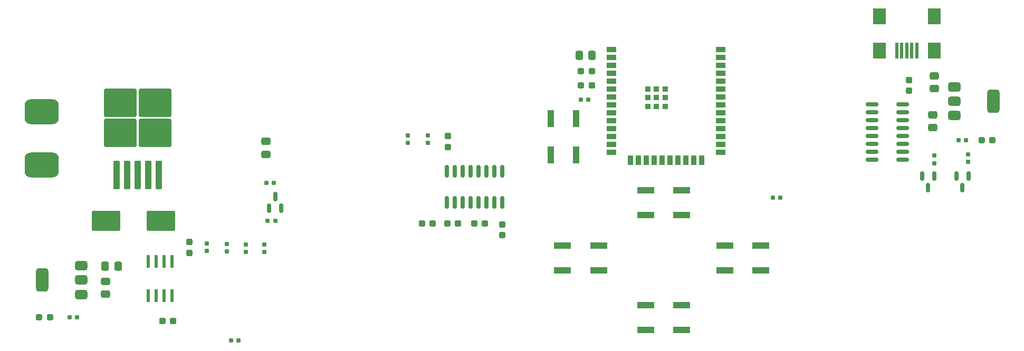
<source format=gbr>
%TF.GenerationSoftware,KiCad,Pcbnew,8.0.4*%
%TF.CreationDate,2024-07-28T20:36:00+02:00*%
%TF.ProjectId,BLDC_driver,424c4443-5f64-4726-9976-65722e6b6963,rev?*%
%TF.SameCoordinates,Original*%
%TF.FileFunction,Paste,Top*%
%TF.FilePolarity,Positive*%
%FSLAX46Y46*%
G04 Gerber Fmt 4.6, Leading zero omitted, Abs format (unit mm)*
G04 Created by KiCad (PCBNEW 8.0.4) date 2024-07-28 20:36:00*
%MOMM*%
%LPD*%
G01*
G04 APERTURE LIST*
G04 Aperture macros list*
%AMRoundRect*
0 Rectangle with rounded corners*
0 $1 Rounding radius*
0 $2 $3 $4 $5 $6 $7 $8 $9 X,Y pos of 4 corners*
0 Add a 4 corners polygon primitive as box body*
4,1,4,$2,$3,$4,$5,$6,$7,$8,$9,$2,$3,0*
0 Add four circle primitives for the rounded corners*
1,1,$1+$1,$2,$3*
1,1,$1+$1,$4,$5*
1,1,$1+$1,$6,$7*
1,1,$1+$1,$8,$9*
0 Add four rect primitives between the rounded corners*
20,1,$1+$1,$2,$3,$4,$5,0*
20,1,$1+$1,$4,$5,$6,$7,0*
20,1,$1+$1,$6,$7,$8,$9,0*
20,1,$1+$1,$8,$9,$2,$3,0*%
G04 Aperture macros list end*
%ADD10R,0.500000X2.500000*%
%ADD11R,2.000000X2.500000*%
%ADD12R,2.800000X1.000000*%
%ADD13R,1.000000X2.800000*%
%ADD14RoundRect,0.160000X0.160000X-0.197500X0.160000X0.197500X-0.160000X0.197500X-0.160000X-0.197500X0*%
%ADD15RoundRect,0.375000X-0.625000X-0.375000X0.625000X-0.375000X0.625000X0.375000X-0.625000X0.375000X0*%
%ADD16RoundRect,0.500000X-0.500000X-1.400000X0.500000X-1.400000X0.500000X1.400000X-0.500000X1.400000X0*%
%ADD17RoundRect,0.375000X0.625000X0.375000X-0.625000X0.375000X-0.625000X-0.375000X0.625000X-0.375000X0*%
%ADD18RoundRect,0.500000X0.500000X1.400000X-0.500000X1.400000X-0.500000X-1.400000X0.500000X-1.400000X0*%
%ADD19RoundRect,0.250000X-2.000000X1.400000X-2.000000X-1.400000X2.000000X-1.400000X2.000000X1.400000X0*%
%ADD20R,0.900000X0.900000*%
%ADD21R,1.500000X0.900000*%
%ADD22R,0.900000X1.500000*%
%ADD23RoundRect,0.150000X-0.825000X-0.150000X0.825000X-0.150000X0.825000X0.150000X-0.825000X0.150000X0*%
%ADD24RoundRect,0.150000X0.150000X-0.850000X0.150000X0.850000X-0.150000X0.850000X-0.150000X-0.850000X0*%
%ADD25R,0.600000X2.000000*%
%ADD26RoundRect,0.250000X0.300000X-2.050000X0.300000X2.050000X-0.300000X2.050000X-0.300000X-2.050000X0*%
%ADD27RoundRect,0.250000X2.375000X-2.025000X2.375000X2.025000X-2.375000X2.025000X-2.375000X-2.025000X0*%
%ADD28RoundRect,0.160000X0.197500X0.160000X-0.197500X0.160000X-0.197500X-0.160000X0.197500X-0.160000X0*%
%ADD29RoundRect,0.160000X-0.197500X-0.160000X0.197500X-0.160000X0.197500X0.160000X-0.197500X0.160000X0*%
%ADD30RoundRect,0.160000X-0.160000X0.197500X-0.160000X-0.197500X0.160000X-0.197500X0.160000X0.197500X0*%
%ADD31RoundRect,0.150000X-0.150000X0.587500X-0.150000X-0.587500X0.150000X-0.587500X0.150000X0.587500X0*%
%ADD32RoundRect,0.150000X0.150000X-0.587500X0.150000X0.587500X-0.150000X0.587500X-0.150000X-0.587500X0*%
%ADD33RoundRect,1.000000X-1.750000X1.000000X-1.750000X-1.000000X1.750000X-1.000000X1.750000X1.000000X0*%
%ADD34RoundRect,0.237500X-0.287500X-0.237500X0.287500X-0.237500X0.287500X0.237500X-0.287500X0.237500X0*%
%ADD35RoundRect,0.237500X0.287500X0.237500X-0.287500X0.237500X-0.287500X-0.237500X0.287500X-0.237500X0*%
%ADD36RoundRect,0.237500X0.237500X-0.300000X0.237500X0.300000X-0.237500X0.300000X-0.237500X-0.300000X0*%
%ADD37RoundRect,0.250000X0.475000X-0.337500X0.475000X0.337500X-0.475000X0.337500X-0.475000X-0.337500X0*%
%ADD38RoundRect,0.250000X-0.475000X0.337500X-0.475000X-0.337500X0.475000X-0.337500X0.475000X0.337500X0*%
%ADD39RoundRect,0.237500X-0.237500X0.300000X-0.237500X-0.300000X0.237500X-0.300000X0.237500X0.300000X0*%
%ADD40RoundRect,0.237500X0.300000X0.237500X-0.300000X0.237500X-0.300000X-0.237500X0.300000X-0.237500X0*%
%ADD41RoundRect,0.237500X-0.300000X-0.237500X0.300000X-0.237500X0.300000X0.237500X-0.300000X0.237500X0*%
%ADD42RoundRect,0.250000X-0.337500X-0.475000X0.337500X-0.475000X0.337500X0.475000X-0.337500X0.475000X0*%
%ADD43RoundRect,0.250000X0.337500X0.475000X-0.337500X0.475000X-0.337500X-0.475000X0.337500X-0.475000X0*%
G04 APERTURE END LIST*
D10*
%TO.C,J7*%
X198450000Y-57600000D03*
X197650000Y-57600000D03*
X196850000Y-57600000D03*
X196050000Y-57600000D03*
X195250000Y-57600000D03*
D11*
X201250000Y-57600000D03*
X201250000Y-52100000D03*
X192450000Y-57600000D03*
X192450000Y-52100000D03*
%TD*%
D12*
%TO.C,SW5*%
X141615000Y-88975000D03*
X147415000Y-88975000D03*
X141615000Y-92975000D03*
X147415000Y-92975000D03*
%TD*%
%TO.C,SW4*%
X167650000Y-88975000D03*
X173450000Y-88975000D03*
X167650000Y-92975000D03*
X173450000Y-92975000D03*
%TD*%
%TO.C,SW3*%
X154950000Y-98500000D03*
X160750000Y-98500000D03*
X154950000Y-102500000D03*
X160750000Y-102500000D03*
%TD*%
%TO.C,SW2*%
X154950000Y-80085000D03*
X160750000Y-80085000D03*
X154950000Y-84085000D03*
X160750000Y-84085000D03*
%TD*%
D13*
%TO.C,RESET*%
X139764000Y-74380000D03*
X139764000Y-68580000D03*
X143764000Y-74380000D03*
X143764000Y-68580000D03*
%TD*%
D14*
%TO.C,R17*%
X120000000Y-72445000D03*
X120000000Y-71250000D03*
%TD*%
%TO.C,R16*%
X116750000Y-72445000D03*
X116750000Y-71250000D03*
%TD*%
D15*
%TO.C,U7*%
X204495000Y-63450000D03*
X204495000Y-65750000D03*
X204495000Y-68050000D03*
D16*
X210795000Y-65750000D03*
%TD*%
D17*
%TO.C,U3*%
X64400000Y-96800000D03*
X64400000Y-94500000D03*
X64400000Y-92200000D03*
D18*
X58100000Y-94500000D03*
%TD*%
D19*
%TO.C,D2*%
X68350000Y-85000000D03*
X77150000Y-85000000D03*
%TD*%
D20*
%TO.C,U1*%
X158100000Y-66610000D03*
X158100000Y-65210000D03*
X158100000Y-63810000D03*
X156700000Y-66610000D03*
X156700000Y-66610000D03*
X156700000Y-65210000D03*
X156700000Y-63810000D03*
X155300000Y-66610000D03*
X155300000Y-66610000D03*
X155300000Y-65210000D03*
X155300000Y-63810000D03*
X155300000Y-63810000D03*
D21*
X166950000Y-57490000D03*
X166950000Y-58760000D03*
X166950000Y-60030000D03*
X166950000Y-61300000D03*
X166950000Y-62570000D03*
X166950000Y-63840000D03*
X166950000Y-65110000D03*
X166950000Y-66380000D03*
X166950000Y-67650000D03*
X166950000Y-68920000D03*
X166950000Y-70190000D03*
X166950000Y-71460000D03*
X166950000Y-72730000D03*
X166950000Y-74000000D03*
D22*
X163910000Y-75250000D03*
X162640000Y-75250000D03*
X161370000Y-75250000D03*
X160100000Y-75250000D03*
X158830000Y-75250000D03*
X157560000Y-75250000D03*
X156290000Y-75250000D03*
X155020000Y-75250000D03*
X153750000Y-75250000D03*
X152480000Y-75250000D03*
D21*
X149450000Y-74000000D03*
X149450000Y-72730000D03*
X149450000Y-71460000D03*
X149450000Y-70190000D03*
X149450000Y-68920000D03*
X149450000Y-67650000D03*
X149450000Y-66380000D03*
X149450000Y-65110000D03*
X149450000Y-63840000D03*
X149450000Y-62570000D03*
X149450000Y-61300000D03*
X149450000Y-60030000D03*
X149450000Y-58760000D03*
X149450000Y-57490000D03*
%TD*%
D23*
%TO.C,U8*%
X196225000Y-66305000D03*
X196225000Y-67575000D03*
X196225000Y-68845000D03*
X196225000Y-70115000D03*
X196225000Y-71385000D03*
X196225000Y-72655000D03*
X196225000Y-73925000D03*
X196225000Y-75195000D03*
X191275000Y-75195000D03*
X191275000Y-73925000D03*
X191275000Y-72655000D03*
X191275000Y-71385000D03*
X191275000Y-70115000D03*
X191275000Y-68845000D03*
X191275000Y-67575000D03*
X191275000Y-66305000D03*
%TD*%
D24*
%TO.C,U6*%
X123055000Y-82000000D03*
X124325000Y-82000000D03*
X125595000Y-82000000D03*
X126865000Y-82000000D03*
X128135000Y-82000000D03*
X129405000Y-82000000D03*
X130675000Y-82000000D03*
X131945000Y-82000000D03*
X131945000Y-77000000D03*
X130675000Y-77000000D03*
X129405000Y-77000000D03*
X128135000Y-77000000D03*
X126865000Y-77000000D03*
X125595000Y-77000000D03*
X124325000Y-77000000D03*
X123055000Y-77000000D03*
%TD*%
D25*
%TO.C,U5*%
X75095000Y-91525000D03*
X76365000Y-91525000D03*
X77635000Y-91525000D03*
X78905000Y-91525000D03*
X78905000Y-96975000D03*
X77635000Y-96975000D03*
X76365000Y-96975000D03*
X75095000Y-96975000D03*
%TD*%
D26*
%TO.C,U2*%
X76825000Y-77615000D03*
X75125000Y-77615000D03*
D27*
X76200000Y-66040000D03*
X70650000Y-66040000D03*
X76200000Y-70890000D03*
X70650000Y-70890000D03*
D26*
X73425000Y-77615000D03*
X71725000Y-77615000D03*
X70025000Y-77615000D03*
%TD*%
D14*
%TO.C,R15*%
X206737500Y-75485000D03*
X206737500Y-74290000D03*
%TD*%
%TO.C,R14*%
X201300000Y-75722500D03*
X201300000Y-74527500D03*
%TD*%
D28*
%TO.C,R13*%
X205152500Y-72000000D03*
X206347500Y-72000000D03*
%TD*%
%TO.C,R12*%
X95490000Y-85011500D03*
X94295000Y-85011500D03*
%TD*%
D29*
%TO.C,R11*%
X175335000Y-81280000D03*
X176530000Y-81280000D03*
%TD*%
%TO.C,R10*%
X94116000Y-78915500D03*
X95311000Y-78915500D03*
%TD*%
D30*
%TO.C,R9*%
X93750000Y-89988000D03*
X93750000Y-88793000D03*
%TD*%
%TO.C,R8*%
X84500000Y-89835500D03*
X84500000Y-88640500D03*
%TD*%
%TO.C,R7*%
X90750000Y-89988000D03*
X90750000Y-88793000D03*
%TD*%
D29*
%TO.C,R6*%
X89597500Y-104238000D03*
X88402500Y-104238000D03*
%TD*%
D14*
%TO.C,R5*%
X87750000Y-88738000D03*
X87750000Y-89933000D03*
%TD*%
D29*
%TO.C,R4*%
X62500000Y-100500000D03*
X63695000Y-100500000D03*
%TD*%
D28*
%TO.C,R2*%
X144538100Y-65532000D03*
X145733100Y-65532000D03*
%TD*%
D31*
%TO.C,Q3*%
X206750000Y-77750000D03*
X204850000Y-77750000D03*
X205800000Y-79625000D03*
%TD*%
%TO.C,Q2*%
X201250000Y-77750000D03*
X199350000Y-77750000D03*
X200300000Y-79625000D03*
%TD*%
D32*
%TO.C,Q1*%
X94554000Y-82979500D03*
X96454000Y-82979500D03*
X95504000Y-81104500D03*
%TD*%
D33*
%TO.C,L1*%
X58000000Y-76000000D03*
X58000000Y-67500000D03*
%TD*%
D34*
%TO.C,D3*%
X210625000Y-72000000D03*
X208875000Y-72000000D03*
%TD*%
D35*
%TO.C,D1*%
X59375000Y-100500000D03*
X57625000Y-100500000D03*
%TD*%
D36*
%TO.C,C19*%
X197250000Y-64112500D03*
X197250000Y-62387500D03*
%TD*%
D37*
%TO.C,C18*%
X201250000Y-63750000D03*
X201250000Y-61675000D03*
%TD*%
D38*
%TO.C,C17*%
X201000000Y-70037500D03*
X201000000Y-67962500D03*
%TD*%
D39*
%TO.C,C16*%
X131915000Y-85590000D03*
X131915000Y-87315000D03*
%TD*%
D40*
%TO.C,C15*%
X120787500Y-85378000D03*
X119062500Y-85378000D03*
%TD*%
D41*
%TO.C,C14*%
X123137500Y-85378000D03*
X124862500Y-85378000D03*
%TD*%
%TO.C,C13*%
X127422000Y-85378000D03*
X129147000Y-85378000D03*
%TD*%
D36*
%TO.C,C12*%
X123250000Y-73112500D03*
X123250000Y-71387500D03*
%TD*%
D40*
%TO.C,C10*%
X144579000Y-63246000D03*
X146304000Y-63246000D03*
%TD*%
D41*
%TO.C,C8*%
X77387500Y-101112500D03*
X79112500Y-101112500D03*
%TD*%
D38*
%TO.C,C6*%
X93980000Y-72212500D03*
X93980000Y-74287500D03*
%TD*%
%TO.C,C5*%
X68250000Y-94712500D03*
X68250000Y-96787500D03*
%TD*%
D42*
%TO.C,C4*%
X68212500Y-92250000D03*
X70287500Y-92250000D03*
%TD*%
D39*
%TO.C,C3*%
X81750000Y-88387500D03*
X81750000Y-90112500D03*
%TD*%
D40*
%TO.C,C2*%
X144579000Y-60960000D03*
X146304000Y-60960000D03*
%TD*%
D43*
%TO.C,C1*%
X144272000Y-58420000D03*
X146347000Y-58420000D03*
%TD*%
M02*

</source>
